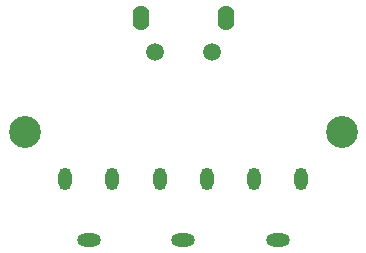
<source format=gbs>
%FSLAX25Y25*%
%MOIN*%
G70*
G01*
G75*
G04 Layer_Color=16711935*
%ADD10R,0.06299X0.05984*%
%ADD11C,0.03937*%
%ADD12R,0.06299X0.06693*%
%ADD13R,0.01969X0.02362*%
%ADD14R,0.03600X0.05000*%
%ADD15R,0.05118X0.04921*%
%ADD16R,0.02362X0.01969*%
%ADD17R,0.01575X0.05315*%
%ADD18C,0.01500*%
%ADD19C,0.05000*%
%ADD20C,0.01575*%
%ADD21C,0.01969*%
%ADD22C,0.03000*%
%ADD23C,0.03937*%
%ADD24C,0.05906*%
%ADD25R,0.03500X0.04000*%
%ADD26O,0.07087X0.03543*%
%ADD27O,0.03543X0.06693*%
%ADD28C,0.09843*%
%ADD29C,0.05118*%
%ADD30O,0.04724X0.07480*%
%ADD31C,0.03000*%
%ADD32C,0.02200*%
%ADD33C,0.00394*%
%ADD34C,0.00100*%
%ADD35C,0.00500*%
%ADD36C,0.01000*%
%ADD37C,0.00600*%
%ADD38C,0.01200*%
%ADD39C,0.00787*%
%ADD40R,0.07099X0.06784*%
%ADD41C,0.04737*%
%ADD42R,0.07099X0.07493*%
%ADD43R,0.02769X0.03162*%
%ADD44R,0.04400X0.05800*%
%ADD45R,0.05918X0.05721*%
%ADD46R,0.03162X0.02769*%
%ADD47R,0.02375X0.06115*%
%ADD48O,0.07887X0.04343*%
%ADD49O,0.04343X0.07493*%
%ADD50C,0.10642*%
%ADD51C,0.05918*%
%ADD52O,0.05524X0.08280*%
D48*
X86614Y-79921D02*
D03*
X55118D02*
D03*
X23622D02*
D03*
D49*
X94488Y-59291D02*
D03*
X78740D02*
D03*
X47244D02*
D03*
X62992D02*
D03*
X31496D02*
D03*
X15748D02*
D03*
D50*
X2285Y-43899D02*
D03*
X107955D02*
D03*
D51*
X45571Y-17126D02*
D03*
X64665D02*
D03*
D52*
X40945Y-5709D02*
D03*
X69291D02*
D03*
M02*

</source>
